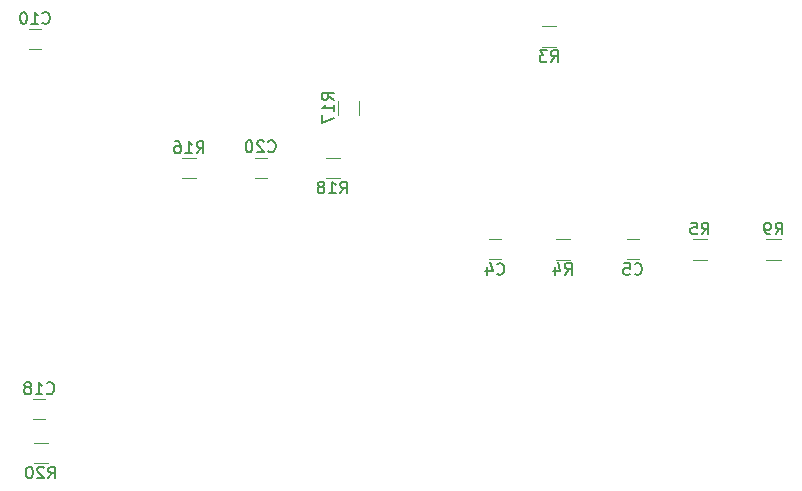
<source format=gbr>
G04 #@! TF.GenerationSoftware,KiCad,Pcbnew,(5.1.4)-1*
G04 #@! TF.CreationDate,2019-11-08T19:54:45+05:00*
G04 #@! TF.ProjectId,powerSupplyArduino,706f7765-7253-4757-9070-6c7941726475,rev?*
G04 #@! TF.SameCoordinates,Original*
G04 #@! TF.FileFunction,Legend,Bot*
G04 #@! TF.FilePolarity,Positive*
%FSLAX46Y46*%
G04 Gerber Fmt 4.6, Leading zero omitted, Abs format (unit mm)*
G04 Created by KiCad (PCBNEW (5.1.4)-1) date 2019-11-08 19:54:45*
%MOMM*%
%LPD*%
G04 APERTURE LIST*
%ADD10C,0.120000*%
%ADD11C,0.150000*%
G04 APERTURE END LIST*
D10*
X136190000Y-71664000D02*
X135190000Y-71664000D01*
X135190000Y-69964000D02*
X136190000Y-69964000D01*
X97830000Y-87220000D02*
X96630000Y-87220000D01*
X96630000Y-88980000D02*
X97830000Y-88980000D01*
X122540000Y-63084000D02*
X121340000Y-63084000D01*
X121340000Y-64844000D02*
X122540000Y-64844000D01*
X124150000Y-59460000D02*
X124150000Y-58260000D01*
X122390000Y-58260000D02*
X122390000Y-59460000D01*
X109186000Y-64844000D02*
X110386000Y-64844000D01*
X110386000Y-63084000D02*
X109186000Y-63084000D01*
X159870000Y-69964000D02*
X158670000Y-69964000D01*
X158670000Y-71724000D02*
X159870000Y-71724000D01*
X152420000Y-71724000D02*
X153620000Y-71724000D01*
X153620000Y-69964000D02*
X152420000Y-69964000D01*
X140830000Y-71724000D02*
X142030000Y-71724000D01*
X142030000Y-69964000D02*
X140830000Y-69964000D01*
X140840000Y-51970000D02*
X139640000Y-51970000D01*
X139640000Y-53730000D02*
X140840000Y-53730000D01*
X115340000Y-63084000D02*
X116340000Y-63084000D01*
X116340000Y-64784000D02*
X115340000Y-64784000D01*
X96600000Y-83560000D02*
X97600000Y-83560000D01*
X97600000Y-85260000D02*
X96600000Y-85260000D01*
X96230000Y-52210000D02*
X97230000Y-52210000D01*
X97230000Y-53910000D02*
X96230000Y-53910000D01*
X147840000Y-71664000D02*
X146840000Y-71664000D01*
X146840000Y-69964000D02*
X147840000Y-69964000D01*
D11*
X135856666Y-72921142D02*
X135904285Y-72968761D01*
X136047142Y-73016380D01*
X136142380Y-73016380D01*
X136285238Y-72968761D01*
X136380476Y-72873523D01*
X136428095Y-72778285D01*
X136475714Y-72587809D01*
X136475714Y-72444952D01*
X136428095Y-72254476D01*
X136380476Y-72159238D01*
X136285238Y-72064000D01*
X136142380Y-72016380D01*
X136047142Y-72016380D01*
X135904285Y-72064000D01*
X135856666Y-72111619D01*
X134999523Y-72349714D02*
X134999523Y-73016380D01*
X135237619Y-71968761D02*
X135475714Y-72683047D01*
X134856666Y-72683047D01*
X97872857Y-90252380D02*
X98206190Y-89776190D01*
X98444285Y-90252380D02*
X98444285Y-89252380D01*
X98063333Y-89252380D01*
X97968095Y-89300000D01*
X97920476Y-89347619D01*
X97872857Y-89442857D01*
X97872857Y-89585714D01*
X97920476Y-89680952D01*
X97968095Y-89728571D01*
X98063333Y-89776190D01*
X98444285Y-89776190D01*
X97491904Y-89347619D02*
X97444285Y-89300000D01*
X97349047Y-89252380D01*
X97110952Y-89252380D01*
X97015714Y-89300000D01*
X96968095Y-89347619D01*
X96920476Y-89442857D01*
X96920476Y-89538095D01*
X96968095Y-89680952D01*
X97539523Y-90252380D01*
X96920476Y-90252380D01*
X96301428Y-89252380D02*
X96206190Y-89252380D01*
X96110952Y-89300000D01*
X96063333Y-89347619D01*
X96015714Y-89442857D01*
X95968095Y-89633333D01*
X95968095Y-89871428D01*
X96015714Y-90061904D01*
X96063333Y-90157142D01*
X96110952Y-90204761D01*
X96206190Y-90252380D01*
X96301428Y-90252380D01*
X96396666Y-90204761D01*
X96444285Y-90157142D01*
X96491904Y-90061904D01*
X96539523Y-89871428D01*
X96539523Y-89633333D01*
X96491904Y-89442857D01*
X96444285Y-89347619D01*
X96396666Y-89300000D01*
X96301428Y-89252380D01*
X122582857Y-66116380D02*
X122916190Y-65640190D01*
X123154285Y-66116380D02*
X123154285Y-65116380D01*
X122773333Y-65116380D01*
X122678095Y-65164000D01*
X122630476Y-65211619D01*
X122582857Y-65306857D01*
X122582857Y-65449714D01*
X122630476Y-65544952D01*
X122678095Y-65592571D01*
X122773333Y-65640190D01*
X123154285Y-65640190D01*
X121630476Y-66116380D02*
X122201904Y-66116380D01*
X121916190Y-66116380D02*
X121916190Y-65116380D01*
X122011428Y-65259238D01*
X122106666Y-65354476D01*
X122201904Y-65402095D01*
X121059047Y-65544952D02*
X121154285Y-65497333D01*
X121201904Y-65449714D01*
X121249523Y-65354476D01*
X121249523Y-65306857D01*
X121201904Y-65211619D01*
X121154285Y-65164000D01*
X121059047Y-65116380D01*
X120868571Y-65116380D01*
X120773333Y-65164000D01*
X120725714Y-65211619D01*
X120678095Y-65306857D01*
X120678095Y-65354476D01*
X120725714Y-65449714D01*
X120773333Y-65497333D01*
X120868571Y-65544952D01*
X121059047Y-65544952D01*
X121154285Y-65592571D01*
X121201904Y-65640190D01*
X121249523Y-65735428D01*
X121249523Y-65925904D01*
X121201904Y-66021142D01*
X121154285Y-66068761D01*
X121059047Y-66116380D01*
X120868571Y-66116380D01*
X120773333Y-66068761D01*
X120725714Y-66021142D01*
X120678095Y-65925904D01*
X120678095Y-65735428D01*
X120725714Y-65640190D01*
X120773333Y-65592571D01*
X120868571Y-65544952D01*
X122022380Y-58217142D02*
X121546190Y-57883809D01*
X122022380Y-57645714D02*
X121022380Y-57645714D01*
X121022380Y-58026666D01*
X121070000Y-58121904D01*
X121117619Y-58169523D01*
X121212857Y-58217142D01*
X121355714Y-58217142D01*
X121450952Y-58169523D01*
X121498571Y-58121904D01*
X121546190Y-58026666D01*
X121546190Y-57645714D01*
X122022380Y-59169523D02*
X122022380Y-58598095D01*
X122022380Y-58883809D02*
X121022380Y-58883809D01*
X121165238Y-58788571D01*
X121260476Y-58693333D01*
X121308095Y-58598095D01*
X121022380Y-59502857D02*
X121022380Y-60169523D01*
X122022380Y-59740952D01*
X110428857Y-62716380D02*
X110762190Y-62240190D01*
X111000285Y-62716380D02*
X111000285Y-61716380D01*
X110619333Y-61716380D01*
X110524095Y-61764000D01*
X110476476Y-61811619D01*
X110428857Y-61906857D01*
X110428857Y-62049714D01*
X110476476Y-62144952D01*
X110524095Y-62192571D01*
X110619333Y-62240190D01*
X111000285Y-62240190D01*
X109476476Y-62716380D02*
X110047904Y-62716380D01*
X109762190Y-62716380D02*
X109762190Y-61716380D01*
X109857428Y-61859238D01*
X109952666Y-61954476D01*
X110047904Y-62002095D01*
X108619333Y-61716380D02*
X108809809Y-61716380D01*
X108905047Y-61764000D01*
X108952666Y-61811619D01*
X109047904Y-61954476D01*
X109095523Y-62144952D01*
X109095523Y-62525904D01*
X109047904Y-62621142D01*
X109000285Y-62668761D01*
X108905047Y-62716380D01*
X108714571Y-62716380D01*
X108619333Y-62668761D01*
X108571714Y-62621142D01*
X108524095Y-62525904D01*
X108524095Y-62287809D01*
X108571714Y-62192571D01*
X108619333Y-62144952D01*
X108714571Y-62097333D01*
X108905047Y-62097333D01*
X109000285Y-62144952D01*
X109047904Y-62192571D01*
X109095523Y-62287809D01*
X159436666Y-69596380D02*
X159770000Y-69120190D01*
X160008095Y-69596380D02*
X160008095Y-68596380D01*
X159627142Y-68596380D01*
X159531904Y-68644000D01*
X159484285Y-68691619D01*
X159436666Y-68786857D01*
X159436666Y-68929714D01*
X159484285Y-69024952D01*
X159531904Y-69072571D01*
X159627142Y-69120190D01*
X160008095Y-69120190D01*
X158960476Y-69596380D02*
X158770000Y-69596380D01*
X158674761Y-69548761D01*
X158627142Y-69501142D01*
X158531904Y-69358285D01*
X158484285Y-69167809D01*
X158484285Y-68786857D01*
X158531904Y-68691619D01*
X158579523Y-68644000D01*
X158674761Y-68596380D01*
X158865238Y-68596380D01*
X158960476Y-68644000D01*
X159008095Y-68691619D01*
X159055714Y-68786857D01*
X159055714Y-69024952D01*
X159008095Y-69120190D01*
X158960476Y-69167809D01*
X158865238Y-69215428D01*
X158674761Y-69215428D01*
X158579523Y-69167809D01*
X158531904Y-69120190D01*
X158484285Y-69024952D01*
X153186666Y-69596380D02*
X153520000Y-69120190D01*
X153758095Y-69596380D02*
X153758095Y-68596380D01*
X153377142Y-68596380D01*
X153281904Y-68644000D01*
X153234285Y-68691619D01*
X153186666Y-68786857D01*
X153186666Y-68929714D01*
X153234285Y-69024952D01*
X153281904Y-69072571D01*
X153377142Y-69120190D01*
X153758095Y-69120190D01*
X152281904Y-68596380D02*
X152758095Y-68596380D01*
X152805714Y-69072571D01*
X152758095Y-69024952D01*
X152662857Y-68977333D01*
X152424761Y-68977333D01*
X152329523Y-69024952D01*
X152281904Y-69072571D01*
X152234285Y-69167809D01*
X152234285Y-69405904D01*
X152281904Y-69501142D01*
X152329523Y-69548761D01*
X152424761Y-69596380D01*
X152662857Y-69596380D01*
X152758095Y-69548761D01*
X152805714Y-69501142D01*
X141596666Y-72996380D02*
X141930000Y-72520190D01*
X142168095Y-72996380D02*
X142168095Y-71996380D01*
X141787142Y-71996380D01*
X141691904Y-72044000D01*
X141644285Y-72091619D01*
X141596666Y-72186857D01*
X141596666Y-72329714D01*
X141644285Y-72424952D01*
X141691904Y-72472571D01*
X141787142Y-72520190D01*
X142168095Y-72520190D01*
X140739523Y-72329714D02*
X140739523Y-72996380D01*
X140977619Y-71948761D02*
X141215714Y-72663047D01*
X140596666Y-72663047D01*
X140406666Y-55002380D02*
X140740000Y-54526190D01*
X140978095Y-55002380D02*
X140978095Y-54002380D01*
X140597142Y-54002380D01*
X140501904Y-54050000D01*
X140454285Y-54097619D01*
X140406666Y-54192857D01*
X140406666Y-54335714D01*
X140454285Y-54430952D01*
X140501904Y-54478571D01*
X140597142Y-54526190D01*
X140978095Y-54526190D01*
X140073333Y-54002380D02*
X139454285Y-54002380D01*
X139787619Y-54383333D01*
X139644761Y-54383333D01*
X139549523Y-54430952D01*
X139501904Y-54478571D01*
X139454285Y-54573809D01*
X139454285Y-54811904D01*
X139501904Y-54907142D01*
X139549523Y-54954761D01*
X139644761Y-55002380D01*
X139930476Y-55002380D01*
X140025714Y-54954761D01*
X140073333Y-54907142D01*
X116482857Y-62541142D02*
X116530476Y-62588761D01*
X116673333Y-62636380D01*
X116768571Y-62636380D01*
X116911428Y-62588761D01*
X117006666Y-62493523D01*
X117054285Y-62398285D01*
X117101904Y-62207809D01*
X117101904Y-62064952D01*
X117054285Y-61874476D01*
X117006666Y-61779238D01*
X116911428Y-61684000D01*
X116768571Y-61636380D01*
X116673333Y-61636380D01*
X116530476Y-61684000D01*
X116482857Y-61731619D01*
X116101904Y-61731619D02*
X116054285Y-61684000D01*
X115959047Y-61636380D01*
X115720952Y-61636380D01*
X115625714Y-61684000D01*
X115578095Y-61731619D01*
X115530476Y-61826857D01*
X115530476Y-61922095D01*
X115578095Y-62064952D01*
X116149523Y-62636380D01*
X115530476Y-62636380D01*
X114911428Y-61636380D02*
X114816190Y-61636380D01*
X114720952Y-61684000D01*
X114673333Y-61731619D01*
X114625714Y-61826857D01*
X114578095Y-62017333D01*
X114578095Y-62255428D01*
X114625714Y-62445904D01*
X114673333Y-62541142D01*
X114720952Y-62588761D01*
X114816190Y-62636380D01*
X114911428Y-62636380D01*
X115006666Y-62588761D01*
X115054285Y-62541142D01*
X115101904Y-62445904D01*
X115149523Y-62255428D01*
X115149523Y-62017333D01*
X115101904Y-61826857D01*
X115054285Y-61731619D01*
X115006666Y-61684000D01*
X114911428Y-61636380D01*
X97742857Y-83017142D02*
X97790476Y-83064761D01*
X97933333Y-83112380D01*
X98028571Y-83112380D01*
X98171428Y-83064761D01*
X98266666Y-82969523D01*
X98314285Y-82874285D01*
X98361904Y-82683809D01*
X98361904Y-82540952D01*
X98314285Y-82350476D01*
X98266666Y-82255238D01*
X98171428Y-82160000D01*
X98028571Y-82112380D01*
X97933333Y-82112380D01*
X97790476Y-82160000D01*
X97742857Y-82207619D01*
X96790476Y-83112380D02*
X97361904Y-83112380D01*
X97076190Y-83112380D02*
X97076190Y-82112380D01*
X97171428Y-82255238D01*
X97266666Y-82350476D01*
X97361904Y-82398095D01*
X96219047Y-82540952D02*
X96314285Y-82493333D01*
X96361904Y-82445714D01*
X96409523Y-82350476D01*
X96409523Y-82302857D01*
X96361904Y-82207619D01*
X96314285Y-82160000D01*
X96219047Y-82112380D01*
X96028571Y-82112380D01*
X95933333Y-82160000D01*
X95885714Y-82207619D01*
X95838095Y-82302857D01*
X95838095Y-82350476D01*
X95885714Y-82445714D01*
X95933333Y-82493333D01*
X96028571Y-82540952D01*
X96219047Y-82540952D01*
X96314285Y-82588571D01*
X96361904Y-82636190D01*
X96409523Y-82731428D01*
X96409523Y-82921904D01*
X96361904Y-83017142D01*
X96314285Y-83064761D01*
X96219047Y-83112380D01*
X96028571Y-83112380D01*
X95933333Y-83064761D01*
X95885714Y-83017142D01*
X95838095Y-82921904D01*
X95838095Y-82731428D01*
X95885714Y-82636190D01*
X95933333Y-82588571D01*
X96028571Y-82540952D01*
X97372857Y-51667142D02*
X97420476Y-51714761D01*
X97563333Y-51762380D01*
X97658571Y-51762380D01*
X97801428Y-51714761D01*
X97896666Y-51619523D01*
X97944285Y-51524285D01*
X97991904Y-51333809D01*
X97991904Y-51190952D01*
X97944285Y-51000476D01*
X97896666Y-50905238D01*
X97801428Y-50810000D01*
X97658571Y-50762380D01*
X97563333Y-50762380D01*
X97420476Y-50810000D01*
X97372857Y-50857619D01*
X96420476Y-51762380D02*
X96991904Y-51762380D01*
X96706190Y-51762380D02*
X96706190Y-50762380D01*
X96801428Y-50905238D01*
X96896666Y-51000476D01*
X96991904Y-51048095D01*
X95801428Y-50762380D02*
X95706190Y-50762380D01*
X95610952Y-50810000D01*
X95563333Y-50857619D01*
X95515714Y-50952857D01*
X95468095Y-51143333D01*
X95468095Y-51381428D01*
X95515714Y-51571904D01*
X95563333Y-51667142D01*
X95610952Y-51714761D01*
X95706190Y-51762380D01*
X95801428Y-51762380D01*
X95896666Y-51714761D01*
X95944285Y-51667142D01*
X95991904Y-51571904D01*
X96039523Y-51381428D01*
X96039523Y-51143333D01*
X95991904Y-50952857D01*
X95944285Y-50857619D01*
X95896666Y-50810000D01*
X95801428Y-50762380D01*
X147506666Y-72921142D02*
X147554285Y-72968761D01*
X147697142Y-73016380D01*
X147792380Y-73016380D01*
X147935238Y-72968761D01*
X148030476Y-72873523D01*
X148078095Y-72778285D01*
X148125714Y-72587809D01*
X148125714Y-72444952D01*
X148078095Y-72254476D01*
X148030476Y-72159238D01*
X147935238Y-72064000D01*
X147792380Y-72016380D01*
X147697142Y-72016380D01*
X147554285Y-72064000D01*
X147506666Y-72111619D01*
X146601904Y-72016380D02*
X147078095Y-72016380D01*
X147125714Y-72492571D01*
X147078095Y-72444952D01*
X146982857Y-72397333D01*
X146744761Y-72397333D01*
X146649523Y-72444952D01*
X146601904Y-72492571D01*
X146554285Y-72587809D01*
X146554285Y-72825904D01*
X146601904Y-72921142D01*
X146649523Y-72968761D01*
X146744761Y-73016380D01*
X146982857Y-73016380D01*
X147078095Y-72968761D01*
X147125714Y-72921142D01*
M02*

</source>
